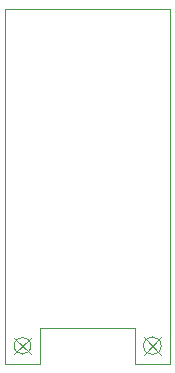
<source format=gm1>
G04 #@! TF.GenerationSoftware,KiCad,Pcbnew,(6.0.5-0)*
G04 #@! TF.CreationDate,2022-11-14T22:05:51-05:00*
G04 #@! TF.ProjectId,rp_ducky,72705f64-7563-46b7-992e-6b696361645f,rev?*
G04 #@! TF.SameCoordinates,Original*
G04 #@! TF.FileFunction,Profile,NP*
%FSLAX46Y46*%
G04 Gerber Fmt 4.6, Leading zero omitted, Abs format (unit mm)*
G04 Created by KiCad (PCBNEW (6.0.5-0)) date 2022-11-14 22:05:51*
%MOMM*%
%LPD*%
G01*
G04 APERTURE LIST*
G04 #@! TA.AperFunction,Profile*
%ADD10C,0.100000*%
G04 #@! TD*
G04 APERTURE END LIST*
D10*
X80000000Y-70000000D02*
X81500000Y-70000000D01*
X91000000Y-67000000D02*
X91000000Y-70000000D01*
X80000000Y-40000000D02*
X80000000Y-70000000D01*
X81500000Y-70000000D02*
X83000000Y-70000000D01*
X83000000Y-67000000D02*
X91000000Y-67000000D01*
X91000000Y-70000000D02*
X94000000Y-70000000D01*
X94000000Y-40000000D02*
X80000000Y-40000000D01*
X83000000Y-70000000D02*
X83000000Y-67000000D01*
X94000000Y-70000000D02*
X94000000Y-40000000D01*
X82200000Y-68500000D02*
G75*
G03*
X82200000Y-68500000I-700000J0D01*
G01*
X80800000Y-67800000D02*
X82200000Y-69200000D01*
X80800000Y-69200000D02*
X82200000Y-67800000D01*
X93250000Y-68500000D02*
G75*
G03*
X93250000Y-68500000I-750000J0D01*
G01*
X91750000Y-67750000D02*
X93250000Y-69250000D01*
X91750000Y-69250000D02*
X93250000Y-67750000D01*
M02*

</source>
